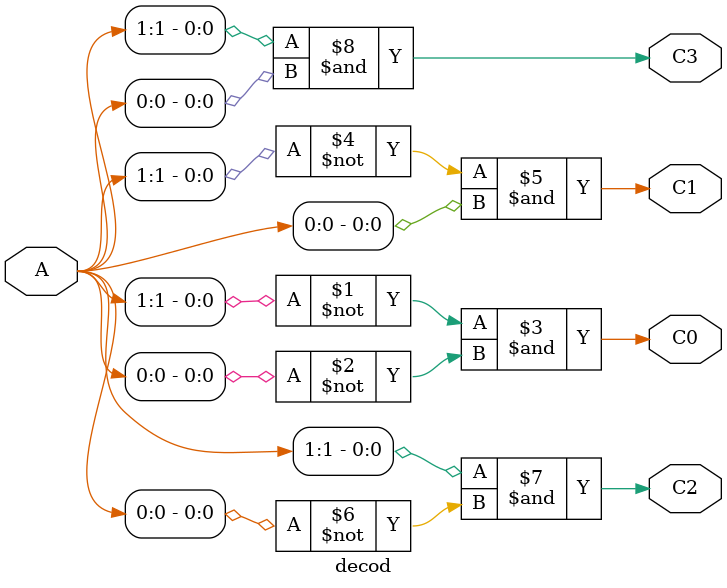
<source format=v>


module decod(
input [1:0] A,
output C0,
output C1,
output C2,
output C3
);


//and U0(C0,~A[1],~A[0]);
//and U1(C1,~A[1],A[0]);
//and U2(C2,A[1],~A[0]);
//and U3(C3,A[1],A[0]);

assign C0=(~A[1]&~A[0]);
assign C1=(~A[1]& A[0]);
assign C2=( A[1]&~A[0]);
assign C3=( A[1]& A[0]);
  
endmodule



</source>
